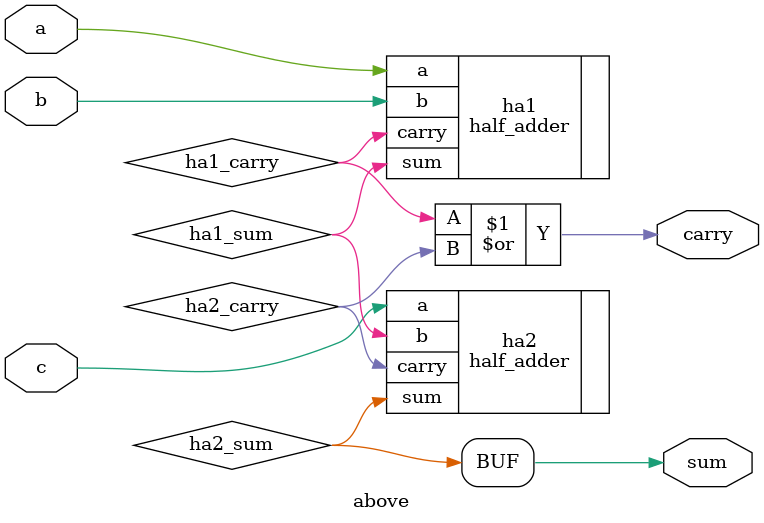
<source format=v>
module above
  (
    input a,
    input b,
    input c,
    output sum,
    output carry
  );
  
  wire ha1_sum;
  wire ha2_sum;
  wire ha1_carry;
  wire ha2_carry;
  
  half_adder ha1(
    .a(a),
    .b(b),
    .sum(ha1_sum),
    .carry(ha1_carry)
  );
  
  half_adder ha2(
    .a(c),
    .b(ha1_sum),
    .sum(ha2_sum),
    .carry(ha2_carry)
  );
  
  assign sum = ha2_sum; // bitwise xor
  assign carry = ha1_carry|ha2_carry; // bitwise and
endmodule // half_adder
</source>
